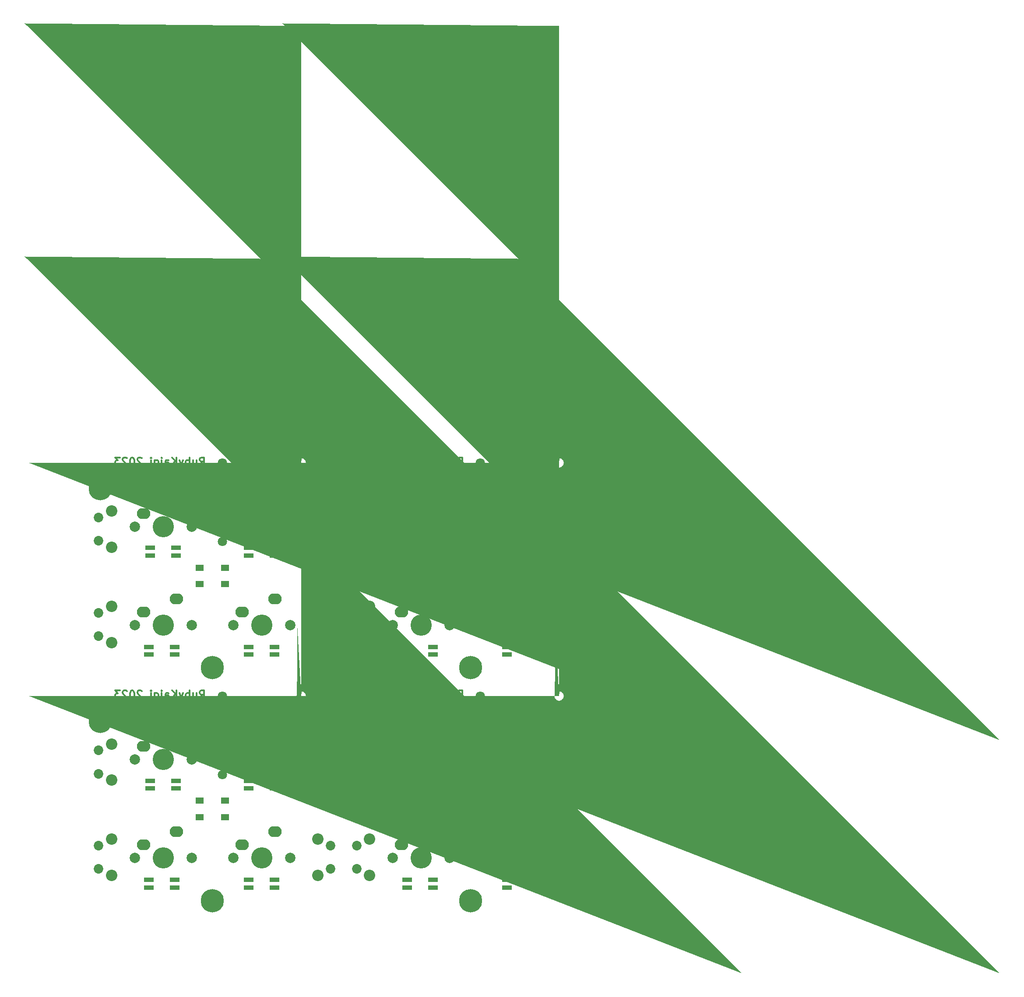
<source format=gbs>
%TF.GenerationSoftware,KiCad,Pcbnew,6.0.2+dfsg-1*%
%TF.CreationDate,2023-03-24T00:01:14+09:00*%
%TF.ProjectId,pcb-panel,7063622d-7061-46e6-956c-2e6b69636164,rev?*%
%TF.SameCoordinates,Original*%
%TF.FileFunction,Soldermask,Bot*%
%TF.FilePolarity,Negative*%
%FSLAX46Y46*%
G04 Gerber Fmt 4.6, Leading zero omitted, Abs format (unit mm)*
G04 Created by KiCad (PCBNEW 6.0.2+dfsg-1) date 2023-03-24 00:01:14*
%MOMM*%
%LPD*%
G01*
G04 APERTURE LIST*
G04 Aperture macros list*
%AMRoundRect*
0 Rectangle with rounded corners*
0 $1 Rounding radius*
0 $2 $3 $4 $5 $6 $7 $8 $9 X,Y pos of 4 corners*
0 Add a 4 corners polygon primitive as box body*
4,1,4,$2,$3,$4,$5,$6,$7,$8,$9,$2,$3,0*
0 Add four circle primitives for the rounded corners*
1,1,$1+$1,$2,$3*
1,1,$1+$1,$4,$5*
1,1,$1+$1,$6,$7*
1,1,$1+$1,$8,$9*
0 Add four rect primitives between the rounded corners*
20,1,$1+$1,$2,$3,$4,$5,0*
20,1,$1+$1,$4,$5,$6,$7,0*
20,1,$1+$1,$6,$7,$8,$9,0*
20,1,$1+$1,$8,$9,$2,$3,0*%
%AMFreePoly0*
4,1,61,0.099453,0.895229,0.273268,0.858283,0.283407,0.854989,0.445743,0.782713,0.454977,0.777382,0.598738,0.672933,0.606661,0.665799,0.725564,0.533743,0.731831,0.525117,0.820681,0.371226,0.825018,0.361486,0.879929,0.192485,0.882146,0.182056,0.900721,0.005331,0.900721,-0.005331,0.882146,-0.182056,0.879929,-0.192485,0.825018,-0.361486,0.820681,-0.371226,0.731831,-0.525117,
0.725564,-0.533743,0.606661,-0.665799,0.598738,-0.672933,0.454977,-0.777382,0.445743,-0.782713,0.283407,-0.854989,0.273268,-0.858283,0.099453,-0.895229,0.088849,-0.896344,-0.088849,-0.896344,-0.099453,-0.895229,-0.273268,-0.858283,-0.283407,-0.854989,-0.445743,-0.782713,-0.454977,-0.777382,-0.598738,-0.672933,-0.606661,-0.665799,-0.725564,-0.533743,-0.731831,-0.525117,-0.820681,-0.371226,
-0.825018,-0.361486,-0.879929,-0.192485,-0.882146,-0.182056,-0.900721,-0.005331,-0.900721,0.005331,-0.882146,0.182056,-0.879929,0.192485,-0.825018,0.361486,-0.820681,0.371226,-0.731831,0.525117,-0.725564,0.533743,-0.606661,0.665799,-0.598738,0.672933,-0.454977,0.777382,-0.445743,0.782713,-0.283407,0.854989,-0.273268,0.858283,-0.099453,0.895229,-0.088849,0.896344,0.088849,0.896344,
0.099453,0.895229,0.099453,0.895229,$1*%
G04 Aperture macros list end*
%ADD10C,0.300000*%
%ADD11C,0.802000*%
%ADD12C,4.502000*%
%ADD13C,4.102000*%
%ADD14C,2.002000*%
%ADD15O,2.602000X2.102000*%
%ADD16RoundRect,0.051000X-0.750000X-0.500000X0.750000X-0.500000X0.750000X0.500000X-0.750000X0.500000X0*%
%ADD17RoundRect,0.051000X0.900000X0.410000X-0.900000X0.410000X-0.900000X-0.410000X0.900000X-0.410000X0*%
%ADD18C,2.202000*%
%ADD19C,1.852000*%
%ADD20FreePoly0,180.000000*%
%ADD21C,1.802000*%
G04 APERTURE END LIST*
D10*
X84549285Y-53510571D02*
X85049285Y-52796285D01*
X85406428Y-53510571D02*
X85406428Y-52010571D01*
X84835000Y-52010571D01*
X84692142Y-52082000D01*
X84620714Y-52153428D01*
X84549285Y-52296285D01*
X84549285Y-52510571D01*
X84620714Y-52653428D01*
X84692142Y-52724857D01*
X84835000Y-52796285D01*
X85406428Y-52796285D01*
X83263571Y-52510571D02*
X83263571Y-53510571D01*
X83906428Y-52510571D02*
X83906428Y-53296285D01*
X83835000Y-53439142D01*
X83692142Y-53510571D01*
X83477857Y-53510571D01*
X83335000Y-53439142D01*
X83263571Y-53367714D01*
X82549285Y-53510571D02*
X82549285Y-52010571D01*
X82549285Y-52582000D02*
X82406428Y-52510571D01*
X82120714Y-52510571D01*
X81977857Y-52582000D01*
X81906428Y-52653428D01*
X81835000Y-52796285D01*
X81835000Y-53224857D01*
X81906428Y-53367714D01*
X81977857Y-53439142D01*
X82120714Y-53510571D01*
X82406428Y-53510571D01*
X82549285Y-53439142D01*
X81335000Y-52510571D02*
X80977857Y-53510571D01*
X80620714Y-52510571D02*
X80977857Y-53510571D01*
X81120714Y-53867714D01*
X81192142Y-53939142D01*
X81335000Y-54010571D01*
X80049285Y-53510571D02*
X80049285Y-52010571D01*
X79192142Y-53510571D02*
X79835000Y-52653428D01*
X79192142Y-52010571D02*
X80049285Y-52867714D01*
X77906428Y-53510571D02*
X77906428Y-52724857D01*
X77977857Y-52582000D01*
X78120714Y-52510571D01*
X78406428Y-52510571D01*
X78549285Y-52582000D01*
X77906428Y-53439142D02*
X78049285Y-53510571D01*
X78406428Y-53510571D01*
X78549285Y-53439142D01*
X78620714Y-53296285D01*
X78620714Y-53153428D01*
X78549285Y-53010571D01*
X78406428Y-52939142D01*
X78049285Y-52939142D01*
X77906428Y-52867714D01*
X77192142Y-53510571D02*
X77192142Y-52510571D01*
X77192142Y-52010571D02*
X77263571Y-52082000D01*
X77192142Y-52153428D01*
X77120714Y-52082000D01*
X77192142Y-52010571D01*
X77192142Y-52153428D01*
X75835000Y-52510571D02*
X75835000Y-53724857D01*
X75906428Y-53867714D01*
X75977857Y-53939142D01*
X76120714Y-54010571D01*
X76335000Y-54010571D01*
X76477857Y-53939142D01*
X75835000Y-53439142D02*
X75977857Y-53510571D01*
X76263571Y-53510571D01*
X76406428Y-53439142D01*
X76477857Y-53367714D01*
X76549285Y-53224857D01*
X76549285Y-52796285D01*
X76477857Y-52653428D01*
X76406428Y-52582000D01*
X76263571Y-52510571D01*
X75977857Y-52510571D01*
X75835000Y-52582000D01*
X75120714Y-53510571D02*
X75120714Y-52510571D01*
X75120714Y-52010571D02*
X75192142Y-52082000D01*
X75120714Y-52153428D01*
X75049285Y-52082000D01*
X75120714Y-52010571D01*
X75120714Y-52153428D01*
X73335000Y-52153428D02*
X73263571Y-52082000D01*
X73120714Y-52010571D01*
X72763571Y-52010571D01*
X72620714Y-52082000D01*
X72549285Y-52153428D01*
X72477857Y-52296285D01*
X72477857Y-52439142D01*
X72549285Y-52653428D01*
X73406428Y-53510571D01*
X72477857Y-53510571D01*
X71549285Y-52010571D02*
X71406428Y-52010571D01*
X71263571Y-52082000D01*
X71192142Y-52153428D01*
X71120714Y-52296285D01*
X71049285Y-52582000D01*
X71049285Y-52939142D01*
X71120714Y-53224857D01*
X71192142Y-53367714D01*
X71263571Y-53439142D01*
X71406428Y-53510571D01*
X71549285Y-53510571D01*
X71692142Y-53439142D01*
X71763571Y-53367714D01*
X71835000Y-53224857D01*
X71906428Y-52939142D01*
X71906428Y-52582000D01*
X71835000Y-52296285D01*
X71763571Y-52153428D01*
X71692142Y-52082000D01*
X71549285Y-52010571D01*
X70477857Y-52153428D02*
X70406428Y-52082000D01*
X70263571Y-52010571D01*
X69906428Y-52010571D01*
X69763571Y-52082000D01*
X69692142Y-52153428D01*
X69620714Y-52296285D01*
X69620714Y-52439142D01*
X69692142Y-52653428D01*
X70549285Y-53510571D01*
X69620714Y-53510571D01*
X69120714Y-52010571D02*
X68192142Y-52010571D01*
X68692142Y-52582000D01*
X68477857Y-52582000D01*
X68335000Y-52653428D01*
X68263571Y-52724857D01*
X68192142Y-52867714D01*
X68192142Y-53224857D01*
X68263571Y-53367714D01*
X68335000Y-53439142D01*
X68477857Y-53510571D01*
X68906428Y-53510571D01*
X69049285Y-53439142D01*
X69120714Y-53367714D01*
X134460285Y-98595571D02*
X134960285Y-97881285D01*
X135317428Y-98595571D02*
X135317428Y-97095571D01*
X134746000Y-97095571D01*
X134603142Y-97167000D01*
X134531714Y-97238428D01*
X134460285Y-97381285D01*
X134460285Y-97595571D01*
X134531714Y-97738428D01*
X134603142Y-97809857D01*
X134746000Y-97881285D01*
X135317428Y-97881285D01*
X133174571Y-97595571D02*
X133174571Y-98595571D01*
X133817428Y-97595571D02*
X133817428Y-98381285D01*
X133746000Y-98524142D01*
X133603142Y-98595571D01*
X133388857Y-98595571D01*
X133246000Y-98524142D01*
X133174571Y-98452714D01*
X132460285Y-98595571D02*
X132460285Y-97095571D01*
X132460285Y-97667000D02*
X132317428Y-97595571D01*
X132031714Y-97595571D01*
X131888857Y-97667000D01*
X131817428Y-97738428D01*
X131746000Y-97881285D01*
X131746000Y-98309857D01*
X131817428Y-98452714D01*
X131888857Y-98524142D01*
X132031714Y-98595571D01*
X132317428Y-98595571D01*
X132460285Y-98524142D01*
X131246000Y-97595571D02*
X130888857Y-98595571D01*
X130531714Y-97595571D02*
X130888857Y-98595571D01*
X131031714Y-98952714D01*
X131103142Y-99024142D01*
X131246000Y-99095571D01*
X129960285Y-98595571D02*
X129960285Y-97095571D01*
X129103142Y-98595571D02*
X129746000Y-97738428D01*
X129103142Y-97095571D02*
X129960285Y-97952714D01*
X127817428Y-98595571D02*
X127817428Y-97809857D01*
X127888857Y-97667000D01*
X128031714Y-97595571D01*
X128317428Y-97595571D01*
X128460285Y-97667000D01*
X127817428Y-98524142D02*
X127960285Y-98595571D01*
X128317428Y-98595571D01*
X128460285Y-98524142D01*
X128531714Y-98381285D01*
X128531714Y-98238428D01*
X128460285Y-98095571D01*
X128317428Y-98024142D01*
X127960285Y-98024142D01*
X127817428Y-97952714D01*
X127103142Y-98595571D02*
X127103142Y-97595571D01*
X127103142Y-97095571D02*
X127174571Y-97167000D01*
X127103142Y-97238428D01*
X127031714Y-97167000D01*
X127103142Y-97095571D01*
X127103142Y-97238428D01*
X125746000Y-97595571D02*
X125746000Y-98809857D01*
X125817428Y-98952714D01*
X125888857Y-99024142D01*
X126031714Y-99095571D01*
X126246000Y-99095571D01*
X126388857Y-99024142D01*
X125746000Y-98524142D02*
X125888857Y-98595571D01*
X126174571Y-98595571D01*
X126317428Y-98524142D01*
X126388857Y-98452714D01*
X126460285Y-98309857D01*
X126460285Y-97881285D01*
X126388857Y-97738428D01*
X126317428Y-97667000D01*
X126174571Y-97595571D01*
X125888857Y-97595571D01*
X125746000Y-97667000D01*
X125031714Y-98595571D02*
X125031714Y-97595571D01*
X125031714Y-97095571D02*
X125103142Y-97167000D01*
X125031714Y-97238428D01*
X124960285Y-97167000D01*
X125031714Y-97095571D01*
X125031714Y-97238428D01*
X123246000Y-97238428D02*
X123174571Y-97167000D01*
X123031714Y-97095571D01*
X122674571Y-97095571D01*
X122531714Y-97167000D01*
X122460285Y-97238428D01*
X122388857Y-97381285D01*
X122388857Y-97524142D01*
X122460285Y-97738428D01*
X123317428Y-98595571D01*
X122388857Y-98595571D01*
X121460285Y-97095571D02*
X121317428Y-97095571D01*
X121174571Y-97167000D01*
X121103142Y-97238428D01*
X121031714Y-97381285D01*
X120960285Y-97667000D01*
X120960285Y-98024142D01*
X121031714Y-98309857D01*
X121103142Y-98452714D01*
X121174571Y-98524142D01*
X121317428Y-98595571D01*
X121460285Y-98595571D01*
X121603142Y-98524142D01*
X121674571Y-98452714D01*
X121746000Y-98309857D01*
X121817428Y-98024142D01*
X121817428Y-97667000D01*
X121746000Y-97381285D01*
X121674571Y-97238428D01*
X121603142Y-97167000D01*
X121460285Y-97095571D01*
X120388857Y-97238428D02*
X120317428Y-97167000D01*
X120174571Y-97095571D01*
X119817428Y-97095571D01*
X119674571Y-97167000D01*
X119603142Y-97238428D01*
X119531714Y-97381285D01*
X119531714Y-97524142D01*
X119603142Y-97738428D01*
X120460285Y-98595571D01*
X119531714Y-98595571D01*
X119031714Y-97095571D02*
X118103142Y-97095571D01*
X118603142Y-97667000D01*
X118388857Y-97667000D01*
X118246000Y-97738428D01*
X118174571Y-97809857D01*
X118103142Y-97952714D01*
X118103142Y-98309857D01*
X118174571Y-98452714D01*
X118246000Y-98524142D01*
X118388857Y-98595571D01*
X118817428Y-98595571D01*
X118960285Y-98524142D01*
X119031714Y-98452714D01*
X84549285Y-98595571D02*
X85049285Y-97881285D01*
X85406428Y-98595571D02*
X85406428Y-97095571D01*
X84835000Y-97095571D01*
X84692142Y-97167000D01*
X84620714Y-97238428D01*
X84549285Y-97381285D01*
X84549285Y-97595571D01*
X84620714Y-97738428D01*
X84692142Y-97809857D01*
X84835000Y-97881285D01*
X85406428Y-97881285D01*
X83263571Y-97595571D02*
X83263571Y-98595571D01*
X83906428Y-97595571D02*
X83906428Y-98381285D01*
X83835000Y-98524142D01*
X83692142Y-98595571D01*
X83477857Y-98595571D01*
X83335000Y-98524142D01*
X83263571Y-98452714D01*
X82549285Y-98595571D02*
X82549285Y-97095571D01*
X82549285Y-97667000D02*
X82406428Y-97595571D01*
X82120714Y-97595571D01*
X81977857Y-97667000D01*
X81906428Y-97738428D01*
X81835000Y-97881285D01*
X81835000Y-98309857D01*
X81906428Y-98452714D01*
X81977857Y-98524142D01*
X82120714Y-98595571D01*
X82406428Y-98595571D01*
X82549285Y-98524142D01*
X81335000Y-97595571D02*
X80977857Y-98595571D01*
X80620714Y-97595571D02*
X80977857Y-98595571D01*
X81120714Y-98952714D01*
X81192142Y-99024142D01*
X81335000Y-99095571D01*
X80049285Y-98595571D02*
X80049285Y-97095571D01*
X79192142Y-98595571D02*
X79835000Y-97738428D01*
X79192142Y-97095571D02*
X80049285Y-97952714D01*
X77906428Y-98595571D02*
X77906428Y-97809857D01*
X77977857Y-97667000D01*
X78120714Y-97595571D01*
X78406428Y-97595571D01*
X78549285Y-97667000D01*
X77906428Y-98524142D02*
X78049285Y-98595571D01*
X78406428Y-98595571D01*
X78549285Y-98524142D01*
X78620714Y-98381285D01*
X78620714Y-98238428D01*
X78549285Y-98095571D01*
X78406428Y-98024142D01*
X78049285Y-98024142D01*
X77906428Y-97952714D01*
X77192142Y-98595571D02*
X77192142Y-97595571D01*
X77192142Y-97095571D02*
X77263571Y-97167000D01*
X77192142Y-97238428D01*
X77120714Y-97167000D01*
X77192142Y-97095571D01*
X77192142Y-97238428D01*
X75835000Y-97595571D02*
X75835000Y-98809857D01*
X75906428Y-98952714D01*
X75977857Y-99024142D01*
X76120714Y-99095571D01*
X76335000Y-99095571D01*
X76477857Y-99024142D01*
X75835000Y-98524142D02*
X75977857Y-98595571D01*
X76263571Y-98595571D01*
X76406428Y-98524142D01*
X76477857Y-98452714D01*
X76549285Y-98309857D01*
X76549285Y-97881285D01*
X76477857Y-97738428D01*
X76406428Y-97667000D01*
X76263571Y-97595571D01*
X75977857Y-97595571D01*
X75835000Y-97667000D01*
X75120714Y-98595571D02*
X75120714Y-97595571D01*
X75120714Y-97095571D02*
X75192142Y-97167000D01*
X75120714Y-97238428D01*
X75049285Y-97167000D01*
X75120714Y-97095571D01*
X75120714Y-97238428D01*
X73335000Y-97238428D02*
X73263571Y-97167000D01*
X73120714Y-97095571D01*
X72763571Y-97095571D01*
X72620714Y-97167000D01*
X72549285Y-97238428D01*
X72477857Y-97381285D01*
X72477857Y-97524142D01*
X72549285Y-97738428D01*
X73406428Y-98595571D01*
X72477857Y-98595571D01*
X71549285Y-97095571D02*
X71406428Y-97095571D01*
X71263571Y-97167000D01*
X71192142Y-97238428D01*
X71120714Y-97381285D01*
X71049285Y-97667000D01*
X71049285Y-98024142D01*
X71120714Y-98309857D01*
X71192142Y-98452714D01*
X71263571Y-98524142D01*
X71406428Y-98595571D01*
X71549285Y-98595571D01*
X71692142Y-98524142D01*
X71763571Y-98452714D01*
X71835000Y-98309857D01*
X71906428Y-98024142D01*
X71906428Y-97667000D01*
X71835000Y-97381285D01*
X71763571Y-97238428D01*
X71692142Y-97167000D01*
X71549285Y-97095571D01*
X70477857Y-97238428D02*
X70406428Y-97167000D01*
X70263571Y-97095571D01*
X69906428Y-97095571D01*
X69763571Y-97167000D01*
X69692142Y-97238428D01*
X69620714Y-97381285D01*
X69620714Y-97524142D01*
X69692142Y-97738428D01*
X70549285Y-98595571D01*
X69620714Y-98595571D01*
X69120714Y-97095571D02*
X68192142Y-97095571D01*
X68692142Y-97667000D01*
X68477857Y-97667000D01*
X68335000Y-97738428D01*
X68263571Y-97809857D01*
X68192142Y-97952714D01*
X68192142Y-98309857D01*
X68263571Y-98452714D01*
X68335000Y-98524142D01*
X68477857Y-98595571D01*
X68906428Y-98595571D01*
X69049285Y-98524142D01*
X69120714Y-98452714D01*
X134460285Y-53510571D02*
X134960285Y-52796285D01*
X135317428Y-53510571D02*
X135317428Y-52010571D01*
X134746000Y-52010571D01*
X134603142Y-52082000D01*
X134531714Y-52153428D01*
X134460285Y-52296285D01*
X134460285Y-52510571D01*
X134531714Y-52653428D01*
X134603142Y-52724857D01*
X134746000Y-52796285D01*
X135317428Y-52796285D01*
X133174571Y-52510571D02*
X133174571Y-53510571D01*
X133817428Y-52510571D02*
X133817428Y-53296285D01*
X133746000Y-53439142D01*
X133603142Y-53510571D01*
X133388857Y-53510571D01*
X133246000Y-53439142D01*
X133174571Y-53367714D01*
X132460285Y-53510571D02*
X132460285Y-52010571D01*
X132460285Y-52582000D02*
X132317428Y-52510571D01*
X132031714Y-52510571D01*
X131888857Y-52582000D01*
X131817428Y-52653428D01*
X131746000Y-52796285D01*
X131746000Y-53224857D01*
X131817428Y-53367714D01*
X131888857Y-53439142D01*
X132031714Y-53510571D01*
X132317428Y-53510571D01*
X132460285Y-53439142D01*
X131246000Y-52510571D02*
X130888857Y-53510571D01*
X130531714Y-52510571D02*
X130888857Y-53510571D01*
X131031714Y-53867714D01*
X131103142Y-53939142D01*
X131246000Y-54010571D01*
X129960285Y-53510571D02*
X129960285Y-52010571D01*
X129103142Y-53510571D02*
X129746000Y-52653428D01*
X129103142Y-52010571D02*
X129960285Y-52867714D01*
X127817428Y-53510571D02*
X127817428Y-52724857D01*
X127888857Y-52582000D01*
X128031714Y-52510571D01*
X128317428Y-52510571D01*
X128460285Y-52582000D01*
X127817428Y-53439142D02*
X127960285Y-53510571D01*
X128317428Y-53510571D01*
X128460285Y-53439142D01*
X128531714Y-53296285D01*
X128531714Y-53153428D01*
X128460285Y-53010571D01*
X128317428Y-52939142D01*
X127960285Y-52939142D01*
X127817428Y-52867714D01*
X127103142Y-53510571D02*
X127103142Y-52510571D01*
X127103142Y-52010571D02*
X127174571Y-52082000D01*
X127103142Y-52153428D01*
X127031714Y-52082000D01*
X127103142Y-52010571D01*
X127103142Y-52153428D01*
X125746000Y-52510571D02*
X125746000Y-53724857D01*
X125817428Y-53867714D01*
X125888857Y-53939142D01*
X126031714Y-54010571D01*
X126246000Y-54010571D01*
X126388857Y-53939142D01*
X125746000Y-53439142D02*
X125888857Y-53510571D01*
X126174571Y-53510571D01*
X126317428Y-53439142D01*
X126388857Y-53367714D01*
X126460285Y-53224857D01*
X126460285Y-52796285D01*
X126388857Y-52653428D01*
X126317428Y-52582000D01*
X126174571Y-52510571D01*
X125888857Y-52510571D01*
X125746000Y-52582000D01*
X125031714Y-53510571D02*
X125031714Y-52510571D01*
X125031714Y-52010571D02*
X125103142Y-52082000D01*
X125031714Y-52153428D01*
X124960285Y-52082000D01*
X125031714Y-52010571D01*
X125031714Y-52153428D01*
X123246000Y-52153428D02*
X123174571Y-52082000D01*
X123031714Y-52010571D01*
X122674571Y-52010571D01*
X122531714Y-52082000D01*
X122460285Y-52153428D01*
X122388857Y-52296285D01*
X122388857Y-52439142D01*
X122460285Y-52653428D01*
X123317428Y-53510571D01*
X122388857Y-53510571D01*
X121460285Y-52010571D02*
X121317428Y-52010571D01*
X121174571Y-52082000D01*
X121103142Y-52153428D01*
X121031714Y-52296285D01*
X120960285Y-52582000D01*
X120960285Y-52939142D01*
X121031714Y-53224857D01*
X121103142Y-53367714D01*
X121174571Y-53439142D01*
X121317428Y-53510571D01*
X121460285Y-53510571D01*
X121603142Y-53439142D01*
X121674571Y-53367714D01*
X121746000Y-53224857D01*
X121817428Y-52939142D01*
X121817428Y-52582000D01*
X121746000Y-52296285D01*
X121674571Y-52153428D01*
X121603142Y-52082000D01*
X121460285Y-52010571D01*
X120388857Y-52153428D02*
X120317428Y-52082000D01*
X120174571Y-52010571D01*
X119817428Y-52010571D01*
X119674571Y-52082000D01*
X119603142Y-52153428D01*
X119531714Y-52296285D01*
X119531714Y-52439142D01*
X119603142Y-52653428D01*
X120460285Y-53510571D01*
X119531714Y-53510571D01*
X119031714Y-52010571D02*
X118103142Y-52010571D01*
X118603142Y-52582000D01*
X118388857Y-52582000D01*
X118246000Y-52653428D01*
X118174571Y-52724857D01*
X118103142Y-52867714D01*
X118103142Y-53224857D01*
X118174571Y-53367714D01*
X118246000Y-53439142D01*
X118388857Y-53510571D01*
X118817428Y-53510571D01*
X118960285Y-53439142D01*
X119031714Y-53367714D01*
X84549285Y-53510571D02*
X85049285Y-52796285D01*
X85406428Y-53510571D02*
X85406428Y-52010571D01*
X84835000Y-52010571D01*
X84692142Y-52082000D01*
X84620714Y-52153428D01*
X84549285Y-52296285D01*
X84549285Y-52510571D01*
X84620714Y-52653428D01*
X84692142Y-52724857D01*
X84835000Y-52796285D01*
X85406428Y-52796285D01*
X83263571Y-52510571D02*
X83263571Y-53510571D01*
X83906428Y-52510571D02*
X83906428Y-53296285D01*
X83835000Y-53439142D01*
X83692142Y-53510571D01*
X83477857Y-53510571D01*
X83335000Y-53439142D01*
X83263571Y-53367714D01*
X82549285Y-53510571D02*
X82549285Y-52010571D01*
X82549285Y-52582000D02*
X82406428Y-52510571D01*
X82120714Y-52510571D01*
X81977857Y-52582000D01*
X81906428Y-52653428D01*
X81835000Y-52796285D01*
X81835000Y-53224857D01*
X81906428Y-53367714D01*
X81977857Y-53439142D01*
X82120714Y-53510571D01*
X82406428Y-53510571D01*
X82549285Y-53439142D01*
X81335000Y-52510571D02*
X80977857Y-53510571D01*
X80620714Y-52510571D02*
X80977857Y-53510571D01*
X81120714Y-53867714D01*
X81192142Y-53939142D01*
X81335000Y-54010571D01*
X80049285Y-53510571D02*
X80049285Y-52010571D01*
X79192142Y-53510571D02*
X79835000Y-52653428D01*
X79192142Y-52010571D02*
X80049285Y-52867714D01*
X77906428Y-53510571D02*
X77906428Y-52724857D01*
X77977857Y-52582000D01*
X78120714Y-52510571D01*
X78406428Y-52510571D01*
X78549285Y-52582000D01*
X77906428Y-53439142D02*
X78049285Y-53510571D01*
X78406428Y-53510571D01*
X78549285Y-53439142D01*
X78620714Y-53296285D01*
X78620714Y-53153428D01*
X78549285Y-53010571D01*
X78406428Y-52939142D01*
X78049285Y-52939142D01*
X77906428Y-52867714D01*
X77192142Y-53510571D02*
X77192142Y-52510571D01*
X77192142Y-52010571D02*
X77263571Y-52082000D01*
X77192142Y-52153428D01*
X77120714Y-52082000D01*
X77192142Y-52010571D01*
X77192142Y-52153428D01*
X75835000Y-52510571D02*
X75835000Y-53724857D01*
X75906428Y-53867714D01*
X75977857Y-53939142D01*
X76120714Y-54010571D01*
X76335000Y-54010571D01*
X76477857Y-53939142D01*
X75835000Y-53439142D02*
X75977857Y-53510571D01*
X76263571Y-53510571D01*
X76406428Y-53439142D01*
X76477857Y-53367714D01*
X76549285Y-53224857D01*
X76549285Y-52796285D01*
X76477857Y-52653428D01*
X76406428Y-52582000D01*
X76263571Y-52510571D01*
X75977857Y-52510571D01*
X75835000Y-52582000D01*
X75120714Y-53510571D02*
X75120714Y-52510571D01*
X75120714Y-52010571D02*
X75192142Y-52082000D01*
X75120714Y-52153428D01*
X75049285Y-52082000D01*
X75120714Y-52010571D01*
X75120714Y-52153428D01*
X73335000Y-52153428D02*
X73263571Y-52082000D01*
X73120714Y-52010571D01*
X72763571Y-52010571D01*
X72620714Y-52082000D01*
X72549285Y-52153428D01*
X72477857Y-52296285D01*
X72477857Y-52439142D01*
X72549285Y-52653428D01*
X73406428Y-53510571D01*
X72477857Y-53510571D01*
X71549285Y-52010571D02*
X71406428Y-52010571D01*
X71263571Y-52082000D01*
X71192142Y-52153428D01*
X71120714Y-52296285D01*
X71049285Y-52582000D01*
X71049285Y-52939142D01*
X71120714Y-53224857D01*
X71192142Y-53367714D01*
X71263571Y-53439142D01*
X71406428Y-53510571D01*
X71549285Y-53510571D01*
X71692142Y-53439142D01*
X71763571Y-53367714D01*
X71835000Y-53224857D01*
X71906428Y-52939142D01*
X71906428Y-52582000D01*
X71835000Y-52296285D01*
X71763571Y-52153428D01*
X71692142Y-52082000D01*
X71549285Y-52010571D01*
X70477857Y-52153428D02*
X70406428Y-52082000D01*
X70263571Y-52010571D01*
X69906428Y-52010571D01*
X69763571Y-52082000D01*
X69692142Y-52153428D01*
X69620714Y-52296285D01*
X69620714Y-52439142D01*
X69692142Y-52653428D01*
X70549285Y-53510571D01*
X69620714Y-53510571D01*
X69120714Y-52010571D02*
X68192142Y-52010571D01*
X68692142Y-52582000D01*
X68477857Y-52582000D01*
X68335000Y-52653428D01*
X68263571Y-52724857D01*
X68192142Y-52867714D01*
X68192142Y-53224857D01*
X68263571Y-53367714D01*
X68335000Y-53439142D01*
X68477857Y-53510571D01*
X68906428Y-53510571D01*
X69049285Y-53439142D01*
X69120714Y-53367714D01*
X134460285Y-98595571D02*
X134960285Y-97881285D01*
X135317428Y-98595571D02*
X135317428Y-97095571D01*
X134746000Y-97095571D01*
X134603142Y-97167000D01*
X134531714Y-97238428D01*
X134460285Y-97381285D01*
X134460285Y-97595571D01*
X134531714Y-97738428D01*
X134603142Y-97809857D01*
X134746000Y-97881285D01*
X135317428Y-97881285D01*
X133174571Y-97595571D02*
X133174571Y-98595571D01*
X133817428Y-97595571D02*
X133817428Y-98381285D01*
X133746000Y-98524142D01*
X133603142Y-98595571D01*
X133388857Y-98595571D01*
X133246000Y-98524142D01*
X133174571Y-98452714D01*
X132460285Y-98595571D02*
X132460285Y-97095571D01*
X132460285Y-97667000D02*
X132317428Y-97595571D01*
X132031714Y-97595571D01*
X131888857Y-97667000D01*
X131817428Y-97738428D01*
X131746000Y-97881285D01*
X131746000Y-98309857D01*
X131817428Y-98452714D01*
X131888857Y-98524142D01*
X132031714Y-98595571D01*
X132317428Y-98595571D01*
X132460285Y-98524142D01*
X131246000Y-97595571D02*
X130888857Y-98595571D01*
X130531714Y-97595571D02*
X130888857Y-98595571D01*
X131031714Y-98952714D01*
X131103142Y-99024142D01*
X131246000Y-99095571D01*
X129960285Y-98595571D02*
X129960285Y-97095571D01*
X129103142Y-98595571D02*
X129746000Y-97738428D01*
X129103142Y-97095571D02*
X129960285Y-97952714D01*
X127817428Y-98595571D02*
X127817428Y-97809857D01*
X127888857Y-97667000D01*
X128031714Y-97595571D01*
X128317428Y-97595571D01*
X128460285Y-97667000D01*
X127817428Y-98524142D02*
X127960285Y-98595571D01*
X128317428Y-98595571D01*
X128460285Y-98524142D01*
X128531714Y-98381285D01*
X128531714Y-98238428D01*
X128460285Y-98095571D01*
X128317428Y-98024142D01*
X127960285Y-98024142D01*
X127817428Y-97952714D01*
X127103142Y-98595571D02*
X127103142Y-97595571D01*
X127103142Y-97095571D02*
X127174571Y-97167000D01*
X127103142Y-97238428D01*
X127031714Y-97167000D01*
X127103142Y-97095571D01*
X127103142Y-97238428D01*
X125746000Y-97595571D02*
X125746000Y-98809857D01*
X125817428Y-98952714D01*
X125888857Y-99024142D01*
X126031714Y-99095571D01*
X126246000Y-99095571D01*
X126388857Y-99024142D01*
X125746000Y-98524142D02*
X125888857Y-98595571D01*
X126174571Y-98595571D01*
X126317428Y-98524142D01*
X126388857Y-98452714D01*
X126460285Y-98309857D01*
X126460285Y-97881285D01*
X126388857Y-97738428D01*
X126317428Y-97667000D01*
X126174571Y-97595571D01*
X125888857Y-97595571D01*
X125746000Y-97667000D01*
X125031714Y-98595571D02*
X125031714Y-97595571D01*
X125031714Y-97095571D02*
X125103142Y-97167000D01*
X125031714Y-97238428D01*
X124960285Y-97167000D01*
X125031714Y-97095571D01*
X125031714Y-97238428D01*
X123246000Y-97238428D02*
X123174571Y-97167000D01*
X123031714Y-97095571D01*
X122674571Y-97095571D01*
X122531714Y-97167000D01*
X122460285Y-97238428D01*
X122388857Y-97381285D01*
X122388857Y-97524142D01*
X122460285Y-97738428D01*
X123317428Y-98595571D01*
X122388857Y-98595571D01*
X121460285Y-97095571D02*
X121317428Y-97095571D01*
X121174571Y-97167000D01*
X121103142Y-97238428D01*
X121031714Y-97381285D01*
X120960285Y-97667000D01*
X120960285Y-98024142D01*
X121031714Y-98309857D01*
X121103142Y-98452714D01*
X121174571Y-98524142D01*
X121317428Y-98595571D01*
X121460285Y-98595571D01*
X121603142Y-98524142D01*
X121674571Y-98452714D01*
X121746000Y-98309857D01*
X121817428Y-98024142D01*
X121817428Y-97667000D01*
X121746000Y-97381285D01*
X121674571Y-97238428D01*
X121603142Y-97167000D01*
X121460285Y-97095571D01*
X120388857Y-97238428D02*
X120317428Y-97167000D01*
X120174571Y-97095571D01*
X119817428Y-97095571D01*
X119674571Y-97167000D01*
X119603142Y-97238428D01*
X119531714Y-97381285D01*
X119531714Y-97524142D01*
X119603142Y-97738428D01*
X120460285Y-98595571D01*
X119531714Y-98595571D01*
X119031714Y-97095571D02*
X118103142Y-97095571D01*
X118603142Y-97667000D01*
X118388857Y-97667000D01*
X118246000Y-97738428D01*
X118174571Y-97809857D01*
X118103142Y-97952714D01*
X118103142Y-98309857D01*
X118174571Y-98452714D01*
X118246000Y-98524142D01*
X118388857Y-98595571D01*
X118817428Y-98595571D01*
X118960285Y-98524142D01*
X119031714Y-98452714D01*
X84549285Y-98595571D02*
X85049285Y-97881285D01*
X85406428Y-98595571D02*
X85406428Y-97095571D01*
X84835000Y-97095571D01*
X84692142Y-97167000D01*
X84620714Y-97238428D01*
X84549285Y-97381285D01*
X84549285Y-97595571D01*
X84620714Y-97738428D01*
X84692142Y-97809857D01*
X84835000Y-97881285D01*
X85406428Y-97881285D01*
X83263571Y-97595571D02*
X83263571Y-98595571D01*
X83906428Y-97595571D02*
X83906428Y-98381285D01*
X83835000Y-98524142D01*
X83692142Y-98595571D01*
X83477857Y-98595571D01*
X83335000Y-98524142D01*
X83263571Y-98452714D01*
X82549285Y-98595571D02*
X82549285Y-97095571D01*
X82549285Y-97667000D02*
X82406428Y-97595571D01*
X82120714Y-97595571D01*
X81977857Y-97667000D01*
X81906428Y-97738428D01*
X81835000Y-97881285D01*
X81835000Y-98309857D01*
X81906428Y-98452714D01*
X81977857Y-98524142D01*
X82120714Y-98595571D01*
X82406428Y-98595571D01*
X82549285Y-98524142D01*
X81335000Y-97595571D02*
X80977857Y-98595571D01*
X80620714Y-97595571D02*
X80977857Y-98595571D01*
X81120714Y-98952714D01*
X81192142Y-99024142D01*
X81335000Y-99095571D01*
X80049285Y-98595571D02*
X80049285Y-97095571D01*
X79192142Y-98595571D02*
X79835000Y-97738428D01*
X79192142Y-97095571D02*
X80049285Y-97952714D01*
X77906428Y-98595571D02*
X77906428Y-97809857D01*
X77977857Y-97667000D01*
X78120714Y-97595571D01*
X78406428Y-97595571D01*
X78549285Y-97667000D01*
X77906428Y-98524142D02*
X78049285Y-98595571D01*
X78406428Y-98595571D01*
X78549285Y-98524142D01*
X78620714Y-98381285D01*
X78620714Y-98238428D01*
X78549285Y-98095571D01*
X78406428Y-98024142D01*
X78049285Y-98024142D01*
X77906428Y-97952714D01*
X77192142Y-98595571D02*
X77192142Y-97595571D01*
X77192142Y-97095571D02*
X77263571Y-97167000D01*
X77192142Y-97238428D01*
X77120714Y-97167000D01*
X77192142Y-97095571D01*
X77192142Y-97238428D01*
X75835000Y-97595571D02*
X75835000Y-98809857D01*
X75906428Y-98952714D01*
X75977857Y-99024142D01*
X76120714Y-99095571D01*
X76335000Y-99095571D01*
X76477857Y-99024142D01*
X75835000Y-98524142D02*
X75977857Y-98595571D01*
X76263571Y-98595571D01*
X76406428Y-98524142D01*
X76477857Y-98452714D01*
X76549285Y-98309857D01*
X76549285Y-97881285D01*
X76477857Y-97738428D01*
X76406428Y-97667000D01*
X76263571Y-97595571D01*
X75977857Y-97595571D01*
X75835000Y-97667000D01*
X75120714Y-98595571D02*
X75120714Y-97595571D01*
X75120714Y-97095571D02*
X75192142Y-97167000D01*
X75120714Y-97238428D01*
X75049285Y-97167000D01*
X75120714Y-97095571D01*
X75120714Y-97238428D01*
X73335000Y-97238428D02*
X73263571Y-97167000D01*
X73120714Y-97095571D01*
X72763571Y-97095571D01*
X72620714Y-97167000D01*
X72549285Y-97238428D01*
X72477857Y-97381285D01*
X72477857Y-97524142D01*
X72549285Y-97738428D01*
X73406428Y-98595571D01*
X72477857Y-98595571D01*
X71549285Y-97095571D02*
X71406428Y-97095571D01*
X71263571Y-97167000D01*
X71192142Y-97238428D01*
X71120714Y-97381285D01*
X71049285Y-97667000D01*
X71049285Y-98024142D01*
X71120714Y-98309857D01*
X71192142Y-98452714D01*
X71263571Y-98524142D01*
X71406428Y-98595571D01*
X71549285Y-98595571D01*
X71692142Y-98524142D01*
X71763571Y-98452714D01*
X71835000Y-98309857D01*
X71906428Y-98024142D01*
X71906428Y-97667000D01*
X71835000Y-97381285D01*
X71763571Y-97238428D01*
X71692142Y-97167000D01*
X71549285Y-97095571D01*
X70477857Y-97238428D02*
X70406428Y-97167000D01*
X70263571Y-97095571D01*
X69906428Y-97095571D01*
X69763571Y-97167000D01*
X69692142Y-97238428D01*
X69620714Y-97381285D01*
X69620714Y-97524142D01*
X69692142Y-97738428D01*
X70549285Y-98595571D01*
X69620714Y-98595571D01*
X69120714Y-97095571D02*
X68192142Y-97095571D01*
X68692142Y-97667000D01*
X68477857Y-97667000D01*
X68335000Y-97738428D01*
X68263571Y-97809857D01*
X68192142Y-97952714D01*
X68192142Y-98309857D01*
X68263571Y-98452714D01*
X68335000Y-98524142D01*
X68477857Y-98595571D01*
X68906428Y-98595571D01*
X69049285Y-98524142D01*
X69120714Y-98452714D01*
X134460285Y-53510571D02*
X134960285Y-52796285D01*
X135317428Y-53510571D02*
X135317428Y-52010571D01*
X134746000Y-52010571D01*
X134603142Y-52082000D01*
X134531714Y-52153428D01*
X134460285Y-52296285D01*
X134460285Y-52510571D01*
X134531714Y-52653428D01*
X134603142Y-52724857D01*
X134746000Y-52796285D01*
X135317428Y-52796285D01*
X133174571Y-52510571D02*
X133174571Y-53510571D01*
X133817428Y-52510571D02*
X133817428Y-53296285D01*
X133746000Y-53439142D01*
X133603142Y-53510571D01*
X133388857Y-53510571D01*
X133246000Y-53439142D01*
X133174571Y-53367714D01*
X132460285Y-53510571D02*
X132460285Y-52010571D01*
X132460285Y-52582000D02*
X132317428Y-52510571D01*
X132031714Y-52510571D01*
X131888857Y-52582000D01*
X131817428Y-52653428D01*
X131746000Y-52796285D01*
X131746000Y-53224857D01*
X131817428Y-53367714D01*
X131888857Y-53439142D01*
X132031714Y-53510571D01*
X132317428Y-53510571D01*
X132460285Y-53439142D01*
X131246000Y-52510571D02*
X130888857Y-53510571D01*
X130531714Y-52510571D02*
X130888857Y-53510571D01*
X131031714Y-53867714D01*
X131103142Y-53939142D01*
X131246000Y-54010571D01*
X129960285Y-53510571D02*
X129960285Y-52010571D01*
X129103142Y-53510571D02*
X129746000Y-52653428D01*
X129103142Y-52010571D02*
X129960285Y-52867714D01*
X127817428Y-53510571D02*
X127817428Y-52724857D01*
X127888857Y-52582000D01*
X128031714Y-52510571D01*
X128317428Y-52510571D01*
X128460285Y-52582000D01*
X127817428Y-53439142D02*
X127960285Y-53510571D01*
X128317428Y-53510571D01*
X128460285Y-53439142D01*
X128531714Y-53296285D01*
X128531714Y-53153428D01*
X128460285Y-53010571D01*
X128317428Y-52939142D01*
X127960285Y-52939142D01*
X127817428Y-52867714D01*
X127103142Y-53510571D02*
X127103142Y-52510571D01*
X127103142Y-52010571D02*
X127174571Y-52082000D01*
X127103142Y-52153428D01*
X127031714Y-52082000D01*
X127103142Y-52010571D01*
X127103142Y-52153428D01*
X125746000Y-52510571D02*
X125746000Y-53724857D01*
X125817428Y-53867714D01*
X125888857Y-53939142D01*
X126031714Y-54010571D01*
X126246000Y-54010571D01*
X126388857Y-53939142D01*
X125746000Y-53439142D02*
X125888857Y-53510571D01*
X126174571Y-53510571D01*
X126317428Y-53439142D01*
X126388857Y-53367714D01*
X126460285Y-53224857D01*
X126460285Y-52796285D01*
X126388857Y-52653428D01*
X126317428Y-52582000D01*
X126174571Y-52510571D01*
X125888857Y-52510571D01*
X125746000Y-52582000D01*
X125031714Y-53510571D02*
X125031714Y-52510571D01*
X125031714Y-52010571D02*
X125103142Y-52082000D01*
X125031714Y-52153428D01*
X124960285Y-52082000D01*
X125031714Y-52010571D01*
X125031714Y-52153428D01*
X123246000Y-52153428D02*
X123174571Y-52082000D01*
X123031714Y-52010571D01*
X122674571Y-52010571D01*
X122531714Y-52082000D01*
X122460285Y-52153428D01*
X122388857Y-52296285D01*
X122388857Y-52439142D01*
X122460285Y-52653428D01*
X123317428Y-53510571D01*
X122388857Y-53510571D01*
X121460285Y-52010571D02*
X121317428Y-52010571D01*
X121174571Y-52082000D01*
X121103142Y-52153428D01*
X121031714Y-52296285D01*
X120960285Y-52582000D01*
X120960285Y-52939142D01*
X121031714Y-53224857D01*
X121103142Y-53367714D01*
X121174571Y-53439142D01*
X121317428Y-53510571D01*
X121460285Y-53510571D01*
X121603142Y-53439142D01*
X121674571Y-53367714D01*
X121746000Y-53224857D01*
X121817428Y-52939142D01*
X121817428Y-52582000D01*
X121746000Y-52296285D01*
X121674571Y-52153428D01*
X121603142Y-52082000D01*
X121460285Y-52010571D01*
X120388857Y-52153428D02*
X120317428Y-52082000D01*
X120174571Y-52010571D01*
X119817428Y-52010571D01*
X119674571Y-52082000D01*
X119603142Y-52153428D01*
X119531714Y-52296285D01*
X119531714Y-52439142D01*
X119603142Y-52653428D01*
X120460285Y-53510571D01*
X119531714Y-53510571D01*
X119031714Y-52010571D02*
X118103142Y-52010571D01*
X118603142Y-52582000D01*
X118388857Y-52582000D01*
X118246000Y-52653428D01*
X118174571Y-52724857D01*
X118103142Y-52867714D01*
X118103142Y-53224857D01*
X118174571Y-53367714D01*
X118246000Y-53439142D01*
X118388857Y-53510571D01*
X118817428Y-53510571D01*
X118960285Y-53439142D01*
X119031714Y-53367714D01*
D11*
X64111274Y-59205726D03*
X66928000Y-58039000D03*
X64111274Y-56872274D03*
X63628000Y-58039000D03*
X66444726Y-56872274D03*
D12*
X65278000Y-58039000D03*
D11*
X65278000Y-59689000D03*
X65278000Y-56389000D03*
X66444726Y-59205726D03*
D12*
X86995000Y-92710000D03*
D11*
X88645000Y-92710000D03*
X88161726Y-93876726D03*
X88161726Y-91543274D03*
X85828274Y-93876726D03*
X85345000Y-92710000D03*
X86995000Y-91060000D03*
X85828274Y-91543274D03*
X86995000Y-94360000D03*
X108307274Y-59205726D03*
X111124000Y-58039000D03*
X109474000Y-56389000D03*
X107824000Y-58039000D03*
X110640726Y-59205726D03*
X110640726Y-56872274D03*
X108307274Y-56872274D03*
D12*
X109474000Y-58039000D03*
D11*
X109474000Y-59689000D03*
D13*
X77470000Y-65405000D03*
D14*
X82970000Y-65405000D03*
X71970000Y-65405000D03*
D15*
X73660000Y-62865000D03*
X80010000Y-60325000D03*
D14*
X91020000Y-65405000D03*
D13*
X96520000Y-65405000D03*
D14*
X102020000Y-65405000D03*
D15*
X92710000Y-62865000D03*
X99060000Y-60325000D03*
D14*
X71970000Y-84455000D03*
D13*
X77470000Y-84455000D03*
D14*
X82970000Y-84455000D03*
D15*
X73660000Y-81915000D03*
X80010000Y-79375000D03*
D14*
X102020000Y-84455000D03*
D13*
X96520000Y-84455000D03*
D14*
X91020000Y-84455000D03*
D15*
X92710000Y-81915000D03*
X99060000Y-79375000D03*
D13*
X146431000Y-129540000D03*
D14*
X140931000Y-129540000D03*
X151931000Y-129540000D03*
D15*
X142621000Y-127000000D03*
X148971000Y-124460000D03*
D14*
X102020000Y-110490000D03*
D13*
X96520000Y-110490000D03*
D14*
X91020000Y-110490000D03*
D15*
X92710000Y-107950000D03*
X99060000Y-105410000D03*
D11*
X116839000Y-58039000D03*
D12*
X115189000Y-58039000D03*
D11*
X113539000Y-58039000D03*
X116355726Y-59205726D03*
X115189000Y-56389000D03*
X114022274Y-59205726D03*
X114022274Y-56872274D03*
X116355726Y-56872274D03*
X115189000Y-59689000D03*
D14*
X132881000Y-110490000D03*
D13*
X127381000Y-110490000D03*
D14*
X121881000Y-110490000D03*
D15*
X123571000Y-107950000D03*
X129921000Y-105410000D03*
D14*
X132881000Y-65405000D03*
X121881000Y-65405000D03*
D13*
X127381000Y-65405000D03*
D15*
X123571000Y-62865000D03*
X129921000Y-60325000D03*
D11*
X64111274Y-104290726D03*
X65278000Y-101474000D03*
X63628000Y-103124000D03*
X65278000Y-104774000D03*
X66928000Y-103124000D03*
X64111274Y-101957274D03*
X66444726Y-101957274D03*
D12*
X65278000Y-103124000D03*
D11*
X66444726Y-104290726D03*
D13*
X146431000Y-84455000D03*
D14*
X140931000Y-84455000D03*
X151931000Y-84455000D03*
D15*
X142621000Y-81915000D03*
X148971000Y-79375000D03*
D14*
X140931000Y-65405000D03*
X151931000Y-65405000D03*
D13*
X146431000Y-65405000D03*
D15*
X142621000Y-62865000D03*
X148971000Y-60325000D03*
D14*
X132881000Y-129540000D03*
X121881000Y-129540000D03*
D13*
X127381000Y-129540000D03*
D15*
X123571000Y-127000000D03*
X129921000Y-124460000D03*
D14*
X121881000Y-84455000D03*
D13*
X127381000Y-84455000D03*
D14*
X132881000Y-84455000D03*
D15*
X123571000Y-81915000D03*
X129921000Y-79375000D03*
D14*
X102020000Y-129540000D03*
D13*
X96520000Y-129540000D03*
D14*
X91020000Y-129540000D03*
D15*
X92710000Y-127000000D03*
X99060000Y-124460000D03*
D14*
X151931000Y-110490000D03*
D13*
X146431000Y-110490000D03*
D14*
X140931000Y-110490000D03*
D15*
X142621000Y-107950000D03*
X148971000Y-105410000D03*
D14*
X82970000Y-129540000D03*
D13*
X77470000Y-129540000D03*
D14*
X71970000Y-129540000D03*
D15*
X73660000Y-127000000D03*
X80010000Y-124460000D03*
D11*
X157735000Y-58039000D03*
X159385000Y-56389000D03*
X160551726Y-56872274D03*
X159385000Y-59689000D03*
X158218274Y-59205726D03*
D12*
X159385000Y-58039000D03*
D11*
X158218274Y-56872274D03*
X160551726Y-59205726D03*
X161035000Y-58039000D03*
X86995000Y-136145000D03*
D12*
X86995000Y-137795000D03*
D11*
X88161726Y-136628274D03*
X85828274Y-138961726D03*
X88161726Y-138961726D03*
X86995000Y-139445000D03*
X85828274Y-136628274D03*
X85345000Y-137795000D03*
X88645000Y-137795000D03*
X108307274Y-101957274D03*
X110640726Y-101957274D03*
X109474000Y-104774000D03*
X109474000Y-101474000D03*
D12*
X109474000Y-103124000D03*
D11*
X111124000Y-103124000D03*
X110640726Y-104290726D03*
X107824000Y-103124000D03*
X108307274Y-104290726D03*
X159385000Y-101474000D03*
X160551726Y-104290726D03*
X161035000Y-103124000D03*
X158218274Y-101957274D03*
X159385000Y-104774000D03*
X157735000Y-103124000D03*
D12*
X159385000Y-103124000D03*
D11*
X160551726Y-101957274D03*
X158218274Y-104290726D03*
X114022274Y-104290726D03*
X116839000Y-103124000D03*
X114022274Y-101957274D03*
X116355726Y-104290726D03*
D12*
X115189000Y-103124000D03*
D11*
X115189000Y-101474000D03*
X115189000Y-104774000D03*
X113539000Y-103124000D03*
X116355726Y-101957274D03*
D14*
X71970000Y-110490000D03*
D13*
X77470000Y-110490000D03*
D14*
X82970000Y-110490000D03*
D15*
X73660000Y-107950000D03*
X80010000Y-105410000D03*
D11*
X136906000Y-136145000D03*
X138556000Y-137795000D03*
D12*
X136906000Y-137795000D03*
D11*
X138072726Y-138961726D03*
X138072726Y-136628274D03*
X135256000Y-137795000D03*
X135739274Y-138961726D03*
X135739274Y-136628274D03*
X136906000Y-139445000D03*
X135739274Y-91543274D03*
X136906000Y-94360000D03*
X138072726Y-93876726D03*
X138556000Y-92710000D03*
X135739274Y-93876726D03*
D12*
X136906000Y-92710000D03*
D11*
X138072726Y-91543274D03*
X136906000Y-91060000D03*
X135256000Y-92710000D03*
D16*
X84545000Y-76530000D03*
X84545000Y-73330000D03*
X89445000Y-73330000D03*
X89445000Y-76530000D03*
D17*
X74970000Y-69481000D03*
X74970000Y-70981000D03*
X79970000Y-70981000D03*
X79970000Y-69481000D03*
X94020000Y-69481000D03*
X94020000Y-70981000D03*
X99020000Y-70981000D03*
X99020000Y-69481000D03*
X94020000Y-88658000D03*
X94020000Y-90158000D03*
X99020000Y-90158000D03*
X99020000Y-88658000D03*
D18*
X67480500Y-69387000D03*
X67480500Y-62377000D03*
D19*
X64990500Y-63627000D03*
X64990500Y-68127000D03*
D18*
X107365000Y-69377000D03*
X107365000Y-62367000D03*
D19*
X109855000Y-68127000D03*
X109855000Y-63627000D03*
D18*
X67480500Y-87813000D03*
X67480500Y-80803000D03*
D19*
X64990500Y-82053000D03*
X64990500Y-86553000D03*
D18*
X107365000Y-87792000D03*
X107365000Y-80782000D03*
D19*
X109855000Y-86542000D03*
X109855000Y-82042000D03*
D18*
X107365000Y-132877000D03*
X107365000Y-125867000D03*
D19*
X109855000Y-131627000D03*
X109855000Y-127127000D03*
D18*
X157276000Y-80782000D03*
X157276000Y-87792000D03*
D19*
X159766000Y-86542000D03*
X159766000Y-82042000D03*
D18*
X157276000Y-107452000D03*
X157276000Y-114462000D03*
D19*
X159766000Y-113212000D03*
X159766000Y-108712000D03*
D18*
X157276000Y-69377000D03*
X157276000Y-62367000D03*
D19*
X159766000Y-68127000D03*
X159766000Y-63627000D03*
D18*
X117391500Y-125888000D03*
X117391500Y-132898000D03*
D19*
X114901500Y-127138000D03*
X114901500Y-131638000D03*
D18*
X117391500Y-114472000D03*
X117391500Y-107462000D03*
D19*
X114901500Y-108712000D03*
X114901500Y-113212000D03*
D20*
X154051000Y-53086000D03*
D21*
X154051000Y-55626000D03*
X154051000Y-58166000D03*
X154051000Y-60706000D03*
X154051000Y-63246000D03*
X154051000Y-65786000D03*
X154051000Y-68326000D03*
X138811000Y-68326000D03*
X138811000Y-65786000D03*
X138811000Y-63246000D03*
X138811000Y-60706000D03*
X138811000Y-58166000D03*
X138811000Y-55626000D03*
X138811000Y-53086000D03*
D18*
X107365000Y-107452000D03*
X107365000Y-114462000D03*
D19*
X109855000Y-113212000D03*
X109855000Y-108712000D03*
D16*
X134456000Y-121615000D03*
X134456000Y-118415000D03*
X139356000Y-118415000D03*
X139356000Y-121615000D03*
D17*
X143931000Y-88658000D03*
X143931000Y-90158000D03*
X148931000Y-90158000D03*
X148931000Y-88658000D03*
D20*
X104140000Y-98171000D03*
D21*
X104140000Y-100711000D03*
X104140000Y-103251000D03*
X104140000Y-105791000D03*
X104140000Y-108331000D03*
X104140000Y-110871000D03*
X104140000Y-113411000D03*
X88900000Y-113411000D03*
X88900000Y-110871000D03*
X88900000Y-108331000D03*
X88900000Y-105791000D03*
X88900000Y-103251000D03*
X88900000Y-100711000D03*
X88900000Y-98171000D03*
D18*
X157276000Y-132877000D03*
X157276000Y-125867000D03*
D19*
X159766000Y-131627000D03*
X159766000Y-127127000D03*
D17*
X94020000Y-133743000D03*
X94020000Y-135243000D03*
X99020000Y-135243000D03*
X99020000Y-133743000D03*
X124881000Y-114566000D03*
X124881000Y-116066000D03*
X129881000Y-116066000D03*
X129881000Y-114566000D03*
D16*
X84545000Y-121615000D03*
X84545000Y-118415000D03*
X89445000Y-118415000D03*
X89445000Y-121615000D03*
D17*
X143931000Y-69481000D03*
X143931000Y-70981000D03*
X148931000Y-70981000D03*
X148931000Y-69481000D03*
X124627000Y-133743000D03*
X124627000Y-135243000D03*
X129627000Y-135243000D03*
X129627000Y-133743000D03*
D18*
X67480500Y-114472000D03*
X67480500Y-107462000D03*
D19*
X64990500Y-108712000D03*
X64990500Y-113212000D03*
D17*
X124881000Y-69481000D03*
X124881000Y-70981000D03*
X129881000Y-70981000D03*
X129881000Y-69481000D03*
X143931000Y-114566000D03*
X143931000Y-116066000D03*
X148931000Y-116066000D03*
X148931000Y-114566000D03*
D20*
X104140000Y-53086000D03*
D21*
X104140000Y-55626000D03*
X104140000Y-58166000D03*
X104140000Y-60706000D03*
X104140000Y-63246000D03*
X104140000Y-65786000D03*
X104140000Y-68326000D03*
X88900000Y-68326000D03*
X88900000Y-65786000D03*
X88900000Y-63246000D03*
X88900000Y-60706000D03*
X88900000Y-58166000D03*
X88900000Y-55626000D03*
X88900000Y-53086000D03*
D18*
X117391500Y-80803000D03*
X117391500Y-87813000D03*
D19*
X114901500Y-82053000D03*
X114901500Y-86553000D03*
D18*
X67480500Y-125888000D03*
X67480500Y-132898000D03*
D19*
X64990500Y-127138000D03*
X64990500Y-131638000D03*
D16*
X134456000Y-76530000D03*
X134456000Y-73330000D03*
X139356000Y-73330000D03*
X139356000Y-76530000D03*
D17*
X74716000Y-133743000D03*
X74716000Y-135243000D03*
X79716000Y-135243000D03*
X79716000Y-133743000D03*
X94020000Y-114566000D03*
X94020000Y-116066000D03*
X99020000Y-116066000D03*
X99020000Y-114566000D03*
X74716000Y-88658000D03*
X74716000Y-90158000D03*
X79716000Y-90158000D03*
X79716000Y-88658000D03*
X143931000Y-133743000D03*
X143931000Y-135243000D03*
X148931000Y-135243000D03*
X148931000Y-133743000D03*
D18*
X117391500Y-62377000D03*
X117391500Y-69387000D03*
D19*
X114901500Y-63627000D03*
X114901500Y-68127000D03*
D17*
X74970000Y-114566000D03*
X74970000Y-116066000D03*
X79970000Y-116066000D03*
X79970000Y-114566000D03*
X124627000Y-88658000D03*
X124627000Y-90158000D03*
X129627000Y-90158000D03*
X129627000Y-88658000D03*
D20*
X154051000Y-98171000D03*
D21*
X154051000Y-100711000D03*
X154051000Y-103251000D03*
X154051000Y-105791000D03*
X154051000Y-108331000D03*
X154051000Y-110871000D03*
X154051000Y-113411000D03*
X138811000Y-113411000D03*
X138811000Y-110871000D03*
X138811000Y-108331000D03*
X138811000Y-105791000D03*
X138811000Y-103251000D03*
X138811000Y-100711000D03*
X138811000Y-98171000D03*
M02*

</source>
